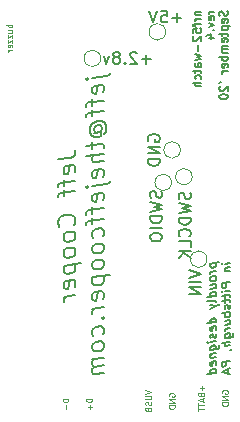
<source format=gbr>
%TF.GenerationSoftware,KiCad,Pcbnew,(5.99.0-2309-gaf729d578)*%
%TF.CreationDate,2020-09-26T21:13:40-04:00*%
%TF.ProjectId,mk2,6d6b322e-6b69-4636-9164-5f7063625858,rev?*%
%TF.SameCoordinates,Original*%
%TF.FileFunction,Legend,Bot*%
%TF.FilePolarity,Positive*%
%FSLAX46Y46*%
G04 Gerber Fmt 4.6, Leading zero omitted, Abs format (unit mm)*
G04 Created by KiCad (PCBNEW (5.99.0-2309-gaf729d578)) date 2020-09-26 21:13:40*
%MOMM*%
%LPD*%
G01*
G04 APERTURE LIST*
%ADD10C,0.125000*%
%ADD11C,0.150000*%
%ADD12C,0.187500*%
%ADD13C,0.175000*%
%ADD14C,0.200000*%
%ADD15C,0.120000*%
G04 APERTURE END LIST*
D10*
X22726190Y-45809523D02*
X22226190Y-45809523D01*
X22226190Y-45928571D01*
X22250000Y-46000000D01*
X22297619Y-46047619D01*
X22345238Y-46071428D01*
X22440476Y-46095238D01*
X22511904Y-46095238D01*
X22607142Y-46071428D01*
X22654761Y-46047619D01*
X22702380Y-46000000D01*
X22726190Y-45928571D01*
X22726190Y-45809523D01*
X22535714Y-46309523D02*
X22535714Y-46690476D01*
X22726190Y-46500000D02*
X22345238Y-46500000D01*
X20726190Y-45809523D02*
X20226190Y-45809523D01*
X20226190Y-45928571D01*
X20250000Y-46000000D01*
X20297619Y-46047619D01*
X20345238Y-46071428D01*
X20440476Y-46095238D01*
X20511904Y-46095238D01*
X20607142Y-46071428D01*
X20654761Y-46047619D01*
X20702380Y-46000000D01*
X20726190Y-45928571D01*
X20726190Y-45809523D01*
X20535714Y-46309523D02*
X20535714Y-46690476D01*
D11*
X30952380Y-34904761D02*
X31952380Y-35238095D01*
X30952380Y-35571428D01*
X31952380Y-35904761D02*
X30952380Y-35904761D01*
X31952380Y-36380952D02*
X30952380Y-36380952D01*
X31952380Y-36952380D01*
X30952380Y-36952380D01*
X30285714Y-13571428D02*
X29523809Y-13571428D01*
X29904761Y-13952380D02*
X29904761Y-13190476D01*
X28571428Y-12952380D02*
X29047619Y-12952380D01*
X29095238Y-13428571D01*
X29047619Y-13380952D01*
X28952380Y-13333333D01*
X28714285Y-13333333D01*
X28619047Y-13380952D01*
X28571428Y-13428571D01*
X28523809Y-13523809D01*
X28523809Y-13761904D01*
X28571428Y-13857142D01*
X28619047Y-13904761D01*
X28714285Y-13952380D01*
X28952380Y-13952380D01*
X29047619Y-13904761D01*
X29095238Y-13857142D01*
X28238095Y-12952380D02*
X27904761Y-13952380D01*
X27571428Y-12952380D01*
D10*
X29250000Y-45619047D02*
X29226190Y-45571428D01*
X29226190Y-45500000D01*
X29250000Y-45428571D01*
X29297619Y-45380952D01*
X29345238Y-45357142D01*
X29440476Y-45333333D01*
X29511904Y-45333333D01*
X29607142Y-45357142D01*
X29654761Y-45380952D01*
X29702380Y-45428571D01*
X29726190Y-45500000D01*
X29726190Y-45547619D01*
X29702380Y-45619047D01*
X29678571Y-45642857D01*
X29511904Y-45642857D01*
X29511904Y-45547619D01*
X29726190Y-45857142D02*
X29226190Y-45857142D01*
X29726190Y-46142857D01*
X29226190Y-46142857D01*
X29726190Y-46380952D02*
X29226190Y-46380952D01*
X29226190Y-46500000D01*
X29250000Y-46571428D01*
X29297619Y-46619047D01*
X29345238Y-46642857D01*
X29440476Y-46666666D01*
X29511904Y-46666666D01*
X29607142Y-46642857D01*
X29654761Y-46619047D01*
X29702380Y-46571428D01*
X29726190Y-46500000D01*
X29726190Y-46380952D01*
X27226190Y-45083333D02*
X27726190Y-45250000D01*
X27226190Y-45416666D01*
X27226190Y-45583333D02*
X27630952Y-45583333D01*
X27678571Y-45607142D01*
X27702380Y-45630952D01*
X27726190Y-45678571D01*
X27726190Y-45773809D01*
X27702380Y-45821428D01*
X27678571Y-45845238D01*
X27630952Y-45869047D01*
X27226190Y-45869047D01*
X27702380Y-46083333D02*
X27726190Y-46154761D01*
X27726190Y-46273809D01*
X27702380Y-46321428D01*
X27678571Y-46345238D01*
X27630952Y-46369047D01*
X27583333Y-46369047D01*
X27535714Y-46345238D01*
X27511904Y-46321428D01*
X27488095Y-46273809D01*
X27464285Y-46178571D01*
X27440476Y-46130952D01*
X27416666Y-46107142D01*
X27369047Y-46083333D01*
X27321428Y-46083333D01*
X27273809Y-46107142D01*
X27250000Y-46130952D01*
X27226190Y-46178571D01*
X27226190Y-46297619D01*
X27250000Y-46369047D01*
X27464285Y-46750000D02*
X27488095Y-46821428D01*
X27511904Y-46845238D01*
X27559523Y-46869047D01*
X27630952Y-46869047D01*
X27678571Y-46845238D01*
X27702380Y-46821428D01*
X27726190Y-46773809D01*
X27726190Y-46583333D01*
X27226190Y-46583333D01*
X27226190Y-46750000D01*
X27250000Y-46797619D01*
X27273809Y-46821428D01*
X27321428Y-46845238D01*
X27369047Y-46845238D01*
X27416666Y-46821428D01*
X27440476Y-46797619D01*
X27464285Y-46750000D01*
X27464285Y-46583333D01*
X33750000Y-45369047D02*
X33726190Y-45321428D01*
X33726190Y-45250000D01*
X33750000Y-45178571D01*
X33797619Y-45130952D01*
X33845238Y-45107142D01*
X33940476Y-45083333D01*
X34011904Y-45083333D01*
X34107142Y-45107142D01*
X34154761Y-45130952D01*
X34202380Y-45178571D01*
X34226190Y-45250000D01*
X34226190Y-45297619D01*
X34202380Y-45369047D01*
X34178571Y-45392857D01*
X34011904Y-45392857D01*
X34011904Y-45297619D01*
X34226190Y-45607142D02*
X33726190Y-45607142D01*
X34226190Y-45892857D01*
X33726190Y-45892857D01*
X34226190Y-46130952D02*
X33726190Y-46130952D01*
X33726190Y-46250000D01*
X33750000Y-46321428D01*
X33797619Y-46369047D01*
X33845238Y-46392857D01*
X33940476Y-46416666D01*
X34011904Y-46416666D01*
X34107142Y-46392857D01*
X34154761Y-46369047D01*
X34202380Y-46321428D01*
X34226190Y-46250000D01*
X34226190Y-46130952D01*
X32035714Y-44714285D02*
X32035714Y-45095238D01*
X32226190Y-44904761D02*
X31845238Y-44904761D01*
X31964285Y-45500000D02*
X31988095Y-45571428D01*
X32011904Y-45595238D01*
X32059523Y-45619047D01*
X32130952Y-45619047D01*
X32178571Y-45595238D01*
X32202380Y-45571428D01*
X32226190Y-45523809D01*
X32226190Y-45333333D01*
X31726190Y-45333333D01*
X31726190Y-45500000D01*
X31750000Y-45547619D01*
X31773809Y-45571428D01*
X31821428Y-45595238D01*
X31869047Y-45595238D01*
X31916666Y-45571428D01*
X31940476Y-45547619D01*
X31964285Y-45500000D01*
X31964285Y-45333333D01*
X32083333Y-45809523D02*
X32083333Y-46047619D01*
X32226190Y-45761904D02*
X31726190Y-45928571D01*
X32226190Y-46095238D01*
X31726190Y-46190476D02*
X31726190Y-46476190D01*
X32226190Y-46333333D02*
X31726190Y-46333333D01*
X31726190Y-46571428D02*
X31726190Y-46857142D01*
X32226190Y-46714285D02*
X31726190Y-46714285D01*
X15976190Y-14142857D02*
X15476190Y-14142857D01*
X15666666Y-14142857D02*
X15642857Y-14190476D01*
X15642857Y-14285714D01*
X15666666Y-14333333D01*
X15690476Y-14357142D01*
X15738095Y-14380952D01*
X15880952Y-14380952D01*
X15928571Y-14357142D01*
X15952380Y-14333333D01*
X15976190Y-14285714D01*
X15976190Y-14190476D01*
X15952380Y-14142857D01*
X15642857Y-14809523D02*
X15976190Y-14809523D01*
X15642857Y-14595238D02*
X15904761Y-14595238D01*
X15952380Y-14619047D01*
X15976190Y-14666666D01*
X15976190Y-14738095D01*
X15952380Y-14785714D01*
X15928571Y-14809523D01*
X15642857Y-15000000D02*
X15642857Y-15261904D01*
X15976190Y-15000000D01*
X15976190Y-15261904D01*
X15642857Y-15404761D02*
X15642857Y-15666666D01*
X15976190Y-15404761D01*
X15976190Y-15666666D01*
X15952380Y-16047619D02*
X15976190Y-16000000D01*
X15976190Y-15904761D01*
X15952380Y-15857142D01*
X15904761Y-15833333D01*
X15714285Y-15833333D01*
X15666666Y-15857142D01*
X15642857Y-15904761D01*
X15642857Y-16000000D01*
X15666666Y-16047619D01*
X15714285Y-16071428D01*
X15761904Y-16071428D01*
X15809523Y-15833333D01*
X15976190Y-16285714D02*
X15642857Y-16285714D01*
X15738095Y-16285714D02*
X15690476Y-16309523D01*
X15666666Y-16333333D01*
X15642857Y-16380952D01*
X15642857Y-16428571D01*
D12*
X32735535Y-34367410D02*
X33485535Y-34273660D01*
X32771250Y-34362946D02*
X32735535Y-34438839D01*
X32735535Y-34581696D01*
X32771250Y-34648660D01*
X32806964Y-34679910D01*
X32878392Y-34706696D01*
X33092678Y-34679910D01*
X33164107Y-34635267D01*
X33199821Y-34595089D01*
X33235535Y-34519196D01*
X33235535Y-34376339D01*
X33199821Y-34309375D01*
X33235535Y-34983482D02*
X32735535Y-35045982D01*
X32878392Y-35028125D02*
X32806964Y-35072767D01*
X32771250Y-35112946D01*
X32735535Y-35188839D01*
X32735535Y-35260267D01*
X33235535Y-35554910D02*
X33199821Y-35487946D01*
X33164107Y-35456696D01*
X33092678Y-35429910D01*
X32878392Y-35456696D01*
X32806964Y-35501339D01*
X32771250Y-35541517D01*
X32735535Y-35617410D01*
X32735535Y-35724553D01*
X32771250Y-35791517D01*
X32806964Y-35822767D01*
X32878392Y-35849553D01*
X33092678Y-35822767D01*
X33164107Y-35778125D01*
X33199821Y-35737946D01*
X33235535Y-35662053D01*
X33235535Y-35554910D01*
X32735535Y-36510267D02*
X33235535Y-36447767D01*
X32735535Y-36188839D02*
X33128392Y-36139732D01*
X33199821Y-36166517D01*
X33235535Y-36233482D01*
X33235535Y-36340625D01*
X33199821Y-36416517D01*
X33164107Y-36456696D01*
X33235535Y-37126339D02*
X32485535Y-37220089D01*
X33199821Y-37130803D02*
X33235535Y-37054910D01*
X33235535Y-36912053D01*
X33199821Y-36845089D01*
X33164107Y-36813839D01*
X33092678Y-36787053D01*
X32878392Y-36813839D01*
X32806964Y-36858482D01*
X32771250Y-36898660D01*
X32735535Y-36974553D01*
X32735535Y-37117410D01*
X32771250Y-37184375D01*
X33235535Y-37590625D02*
X33199821Y-37523660D01*
X33128392Y-37496875D01*
X32485535Y-37577232D01*
X32735535Y-37867410D02*
X33235535Y-37983482D01*
X32735535Y-38224553D02*
X33235535Y-37983482D01*
X33414107Y-37889732D01*
X33449821Y-37849553D01*
X33485535Y-37773660D01*
X33235535Y-39340625D02*
X32485535Y-39434375D01*
X33199821Y-39345089D02*
X33235535Y-39269196D01*
X33235535Y-39126339D01*
X33199821Y-39059375D01*
X33164107Y-39028125D01*
X33092678Y-39001339D01*
X32878392Y-39028125D01*
X32806964Y-39072767D01*
X32771250Y-39112946D01*
X32735535Y-39188839D01*
X32735535Y-39331696D01*
X32771250Y-39398660D01*
X33199821Y-39987946D02*
X33235535Y-39912053D01*
X33235535Y-39769196D01*
X33199821Y-39702232D01*
X33128392Y-39675446D01*
X32842678Y-39711160D01*
X32771250Y-39755803D01*
X32735535Y-39831696D01*
X32735535Y-39974553D01*
X32771250Y-40041517D01*
X32842678Y-40068303D01*
X32914107Y-40059375D01*
X32985535Y-39693303D01*
X33199821Y-40309375D02*
X33235535Y-40376339D01*
X33235535Y-40519196D01*
X33199821Y-40595089D01*
X33128392Y-40639732D01*
X33092678Y-40644196D01*
X33021250Y-40617410D01*
X32985535Y-40550446D01*
X32985535Y-40443303D01*
X32949821Y-40376339D01*
X32878392Y-40349553D01*
X32842678Y-40354017D01*
X32771250Y-40398660D01*
X32735535Y-40474553D01*
X32735535Y-40581696D01*
X32771250Y-40648660D01*
X33235535Y-40947767D02*
X32735535Y-41010267D01*
X32485535Y-41041517D02*
X32521250Y-41001339D01*
X32556964Y-41032589D01*
X32521250Y-41072767D01*
X32485535Y-41041517D01*
X32556964Y-41032589D01*
X32735535Y-41688839D02*
X33342678Y-41612946D01*
X33414107Y-41568303D01*
X33449821Y-41528125D01*
X33485535Y-41452232D01*
X33485535Y-41345089D01*
X33449821Y-41278125D01*
X33199821Y-41630803D02*
X33235535Y-41554910D01*
X33235535Y-41412053D01*
X33199821Y-41345089D01*
X33164107Y-41313839D01*
X33092678Y-41287053D01*
X32878392Y-41313839D01*
X32806964Y-41358482D01*
X32771250Y-41398660D01*
X32735535Y-41474553D01*
X32735535Y-41617410D01*
X32771250Y-41684375D01*
X32735535Y-42045982D02*
X33235535Y-41983482D01*
X32806964Y-42037053D02*
X32771250Y-42077232D01*
X32735535Y-42153125D01*
X32735535Y-42260267D01*
X32771250Y-42327232D01*
X32842678Y-42354017D01*
X33235535Y-42304910D01*
X33199821Y-42952232D02*
X33235535Y-42876339D01*
X33235535Y-42733482D01*
X33199821Y-42666517D01*
X33128392Y-42639732D01*
X32842678Y-42675446D01*
X32771250Y-42720089D01*
X32735535Y-42795982D01*
X32735535Y-42938839D01*
X32771250Y-43005803D01*
X32842678Y-43032589D01*
X32914107Y-43023660D01*
X32985535Y-42657589D01*
X33235535Y-43626339D02*
X32485535Y-43720089D01*
X33199821Y-43630803D02*
X33235535Y-43554910D01*
X33235535Y-43412053D01*
X33199821Y-43345089D01*
X33164107Y-43313839D01*
X33092678Y-43287053D01*
X32878392Y-43313839D01*
X32806964Y-43358482D01*
X32771250Y-43398660D01*
X32735535Y-43474553D01*
X32735535Y-43617410D01*
X32771250Y-43684375D01*
X34443035Y-34304910D02*
X33943035Y-34367410D01*
X33693035Y-34398660D02*
X33728750Y-34358482D01*
X33764464Y-34389732D01*
X33728750Y-34429910D01*
X33693035Y-34398660D01*
X33764464Y-34389732D01*
X33943035Y-34724553D02*
X34443035Y-34662053D01*
X34014464Y-34715625D02*
X33978750Y-34755803D01*
X33943035Y-34831696D01*
X33943035Y-34938839D01*
X33978750Y-35005803D01*
X34050178Y-35032589D01*
X34443035Y-34983482D01*
X34443035Y-35912053D02*
X33693035Y-36005803D01*
X33693035Y-36291517D01*
X33728750Y-36358482D01*
X33764464Y-36389732D01*
X33835892Y-36416517D01*
X33943035Y-36403125D01*
X34014464Y-36358482D01*
X34050178Y-36318303D01*
X34085892Y-36242410D01*
X34085892Y-35956696D01*
X34443035Y-36662053D02*
X33943035Y-36724553D01*
X33693035Y-36755803D02*
X33728750Y-36715625D01*
X33764464Y-36746875D01*
X33728750Y-36787053D01*
X33693035Y-36755803D01*
X33764464Y-36746875D01*
X33943035Y-36974553D02*
X33943035Y-37260267D01*
X33693035Y-37112946D02*
X34335892Y-37032589D01*
X34407321Y-37059375D01*
X34443035Y-37126339D01*
X34443035Y-37197767D01*
X33943035Y-37403125D02*
X33943035Y-37688839D01*
X33693035Y-37541517D02*
X34335892Y-37461160D01*
X34407321Y-37487946D01*
X34443035Y-37554910D01*
X34443035Y-37626339D01*
X34407321Y-37845089D02*
X34443035Y-37912053D01*
X34443035Y-38054910D01*
X34407321Y-38130803D01*
X34335892Y-38175446D01*
X34300178Y-38179910D01*
X34228750Y-38153125D01*
X34193035Y-38086160D01*
X34193035Y-37979017D01*
X34157321Y-37912053D01*
X34085892Y-37885267D01*
X34050178Y-37889732D01*
X33978750Y-37934375D01*
X33943035Y-38010267D01*
X33943035Y-38117410D01*
X33978750Y-38184375D01*
X34443035Y-38483482D02*
X33693035Y-38577232D01*
X33978750Y-38541517D02*
X33943035Y-38617410D01*
X33943035Y-38760267D01*
X33978750Y-38827232D01*
X34014464Y-38858482D01*
X34085892Y-38885267D01*
X34300178Y-38858482D01*
X34371607Y-38813839D01*
X34407321Y-38773660D01*
X34443035Y-38697767D01*
X34443035Y-38554910D01*
X34407321Y-38487946D01*
X33943035Y-39545982D02*
X34443035Y-39483482D01*
X33943035Y-39224553D02*
X34335892Y-39175446D01*
X34407321Y-39202232D01*
X34443035Y-39269196D01*
X34443035Y-39376339D01*
X34407321Y-39452232D01*
X34371607Y-39492410D01*
X34443035Y-39840625D02*
X33943035Y-39903125D01*
X34085892Y-39885267D02*
X34014464Y-39929910D01*
X33978750Y-39970089D01*
X33943035Y-40045982D01*
X33943035Y-40117410D01*
X33943035Y-40688839D02*
X34550178Y-40612946D01*
X34621607Y-40568303D01*
X34657321Y-40528125D01*
X34693035Y-40452232D01*
X34693035Y-40345089D01*
X34657321Y-40278125D01*
X34407321Y-40630803D02*
X34443035Y-40554910D01*
X34443035Y-40412053D01*
X34407321Y-40345089D01*
X34371607Y-40313839D01*
X34300178Y-40287053D01*
X34085892Y-40313839D01*
X34014464Y-40358482D01*
X33978750Y-40398660D01*
X33943035Y-40474553D01*
X33943035Y-40617410D01*
X33978750Y-40684375D01*
X34443035Y-40983482D02*
X33693035Y-41077232D01*
X34443035Y-41304910D02*
X34050178Y-41354017D01*
X33978750Y-41327232D01*
X33943035Y-41260267D01*
X33943035Y-41153125D01*
X33978750Y-41077232D01*
X34014464Y-41037053D01*
X34407321Y-41702232D02*
X34443035Y-41697767D01*
X34514464Y-41653125D01*
X34550178Y-41612946D01*
X34443035Y-42590625D02*
X33693035Y-42684375D01*
X33693035Y-42970089D01*
X33728750Y-43037053D01*
X33764464Y-43068303D01*
X33835892Y-43095089D01*
X33943035Y-43081696D01*
X34014464Y-43037053D01*
X34050178Y-42996875D01*
X34085892Y-42920982D01*
X34085892Y-42635267D01*
X34228750Y-43331696D02*
X34228750Y-43688839D01*
X34443035Y-43233482D02*
X33693035Y-43577232D01*
X34443035Y-43733482D01*
D11*
X28598761Y-28233952D02*
X28646380Y-28376809D01*
X28646380Y-28614904D01*
X28598761Y-28710142D01*
X28551142Y-28757761D01*
X28455904Y-28805380D01*
X28360666Y-28805380D01*
X28265428Y-28757761D01*
X28217809Y-28710142D01*
X28170190Y-28614904D01*
X28122571Y-28424428D01*
X28074952Y-28329190D01*
X28027333Y-28281571D01*
X27932095Y-28233952D01*
X27836857Y-28233952D01*
X27741619Y-28281571D01*
X27694000Y-28329190D01*
X27646380Y-28424428D01*
X27646380Y-28662523D01*
X27694000Y-28805380D01*
X27646380Y-29138714D02*
X28646380Y-29376809D01*
X27932095Y-29567285D01*
X28646380Y-29757761D01*
X27646380Y-29995857D01*
X28646380Y-30376809D02*
X27646380Y-30376809D01*
X27646380Y-30614904D01*
X27694000Y-30757761D01*
X27789238Y-30853000D01*
X27884476Y-30900619D01*
X28074952Y-30948238D01*
X28217809Y-30948238D01*
X28408285Y-30900619D01*
X28503523Y-30853000D01*
X28598761Y-30757761D01*
X28646380Y-30614904D01*
X28646380Y-30376809D01*
X28646380Y-31376809D02*
X27646380Y-31376809D01*
X27646380Y-32043476D02*
X27646380Y-32233952D01*
X27694000Y-32329190D01*
X27789238Y-32424428D01*
X27979714Y-32472047D01*
X28313047Y-32472047D01*
X28503523Y-32424428D01*
X28598761Y-32329190D01*
X28646380Y-32233952D01*
X28646380Y-32043476D01*
X28598761Y-31948238D01*
X28503523Y-31853000D01*
X28313047Y-31805380D01*
X27979714Y-31805380D01*
X27789238Y-31853000D01*
X27694000Y-31948238D01*
X27646380Y-32043476D01*
X31011761Y-28353095D02*
X31059380Y-28495952D01*
X31059380Y-28734047D01*
X31011761Y-28829285D01*
X30964142Y-28876904D01*
X30868904Y-28924523D01*
X30773666Y-28924523D01*
X30678428Y-28876904D01*
X30630809Y-28829285D01*
X30583190Y-28734047D01*
X30535571Y-28543571D01*
X30487952Y-28448333D01*
X30440333Y-28400714D01*
X30345095Y-28353095D01*
X30249857Y-28353095D01*
X30154619Y-28400714D01*
X30107000Y-28448333D01*
X30059380Y-28543571D01*
X30059380Y-28781666D01*
X30107000Y-28924523D01*
X30059380Y-29257857D02*
X31059380Y-29495952D01*
X30345095Y-29686428D01*
X31059380Y-29876904D01*
X30059380Y-30115000D01*
X31059380Y-30495952D02*
X30059380Y-30495952D01*
X30059380Y-30734047D01*
X30107000Y-30876904D01*
X30202238Y-30972142D01*
X30297476Y-31019761D01*
X30487952Y-31067380D01*
X30630809Y-31067380D01*
X30821285Y-31019761D01*
X30916523Y-30972142D01*
X31011761Y-30876904D01*
X31059380Y-30734047D01*
X31059380Y-30495952D01*
X30964142Y-32067380D02*
X31011761Y-32019761D01*
X31059380Y-31876904D01*
X31059380Y-31781666D01*
X31011761Y-31638809D01*
X30916523Y-31543571D01*
X30821285Y-31495952D01*
X30630809Y-31448333D01*
X30487952Y-31448333D01*
X30297476Y-31495952D01*
X30202238Y-31543571D01*
X30107000Y-31638809D01*
X30059380Y-31781666D01*
X30059380Y-31876904D01*
X30107000Y-32019761D01*
X30154619Y-32067380D01*
X31059380Y-32972142D02*
X31059380Y-32495952D01*
X30059380Y-32495952D01*
X31059380Y-33305476D02*
X30059380Y-33305476D01*
X31059380Y-33876904D02*
X30487952Y-33448333D01*
X30059380Y-33876904D02*
X30630809Y-33305476D01*
X27500000Y-23988095D02*
X27452380Y-23892857D01*
X27452380Y-23750000D01*
X27500000Y-23607142D01*
X27595238Y-23511904D01*
X27690476Y-23464285D01*
X27880952Y-23416666D01*
X28023809Y-23416666D01*
X28214285Y-23464285D01*
X28309523Y-23511904D01*
X28404761Y-23607142D01*
X28452380Y-23750000D01*
X28452380Y-23845238D01*
X28404761Y-23988095D01*
X28357142Y-24035714D01*
X28023809Y-24035714D01*
X28023809Y-23845238D01*
X28452380Y-24464285D02*
X27452380Y-24464285D01*
X28452380Y-25035714D01*
X27452380Y-25035714D01*
X28452380Y-25511904D02*
X27452380Y-25511904D01*
X27452380Y-25750000D01*
X27500000Y-25892857D01*
X27595238Y-25988095D01*
X27690476Y-26035714D01*
X27880952Y-26083333D01*
X28023809Y-26083333D01*
X28214285Y-26035714D01*
X28309523Y-25988095D01*
X28404761Y-25892857D01*
X28452380Y-25750000D01*
X28452380Y-25511904D01*
X27702380Y-17071428D02*
X26940476Y-17071428D01*
X27321428Y-17452380D02*
X27321428Y-16690476D01*
X26511904Y-16547619D02*
X26464285Y-16500000D01*
X26369047Y-16452380D01*
X26130952Y-16452380D01*
X26035714Y-16500000D01*
X25988095Y-16547619D01*
X25940476Y-16642857D01*
X25940476Y-16738095D01*
X25988095Y-16880952D01*
X26559523Y-17452380D01*
X25940476Y-17452380D01*
X25511904Y-17357142D02*
X25464285Y-17404761D01*
X25511904Y-17452380D01*
X25559523Y-17404761D01*
X25511904Y-17357142D01*
X25511904Y-17452380D01*
X24892857Y-16880952D02*
X24988095Y-16833333D01*
X25035714Y-16785714D01*
X25083333Y-16690476D01*
X25083333Y-16642857D01*
X25035714Y-16547619D01*
X24988095Y-16500000D01*
X24892857Y-16452380D01*
X24702380Y-16452380D01*
X24607142Y-16500000D01*
X24559523Y-16547619D01*
X24511904Y-16642857D01*
X24511904Y-16690476D01*
X24559523Y-16785714D01*
X24607142Y-16833333D01*
X24702380Y-16880952D01*
X24892857Y-16880952D01*
X24988095Y-16928571D01*
X25035714Y-16976190D01*
X25083333Y-17071428D01*
X25083333Y-17261904D01*
X25035714Y-17357142D01*
X24988095Y-17404761D01*
X24892857Y-17452380D01*
X24702380Y-17452380D01*
X24607142Y-17404761D01*
X24559523Y-17357142D01*
X24511904Y-17261904D01*
X24511904Y-17071428D01*
X24559523Y-16976190D01*
X24607142Y-16928571D01*
X24702380Y-16880952D01*
X24178571Y-16785714D02*
X23940476Y-17452380D01*
X23702380Y-16785714D01*
D13*
X31473000Y-13030416D02*
X31939666Y-13030416D01*
X31539666Y-13030416D02*
X31506333Y-13063750D01*
X31473000Y-13130416D01*
X31473000Y-13230416D01*
X31506333Y-13297083D01*
X31573000Y-13330416D01*
X31939666Y-13330416D01*
X31939666Y-13663750D02*
X31473000Y-13663750D01*
X31606333Y-13663750D02*
X31539666Y-13697083D01*
X31506333Y-13730416D01*
X31473000Y-13797083D01*
X31473000Y-13863750D01*
X31473000Y-13997083D02*
X31473000Y-14263750D01*
X31939666Y-14097083D02*
X31339666Y-14097083D01*
X31273000Y-14130416D01*
X31239666Y-14197083D01*
X31239666Y-14263750D01*
X31239666Y-14830416D02*
X31239666Y-14497083D01*
X31573000Y-14463750D01*
X31539666Y-14497083D01*
X31506333Y-14563750D01*
X31506333Y-14730416D01*
X31539666Y-14797083D01*
X31573000Y-14830416D01*
X31639666Y-14863750D01*
X31806333Y-14863750D01*
X31873000Y-14830416D01*
X31906333Y-14797083D01*
X31939666Y-14730416D01*
X31939666Y-14563750D01*
X31906333Y-14497083D01*
X31873000Y-14463750D01*
X31306333Y-15130416D02*
X31273000Y-15163750D01*
X31239666Y-15230416D01*
X31239666Y-15397083D01*
X31273000Y-15463750D01*
X31306333Y-15497083D01*
X31373000Y-15530416D01*
X31439666Y-15530416D01*
X31539666Y-15497083D01*
X31939666Y-15097083D01*
X31939666Y-15530416D01*
X31673000Y-15830416D02*
X31673000Y-16363750D01*
X31473000Y-16630416D02*
X31939666Y-16763750D01*
X31606333Y-16897083D01*
X31939666Y-17030416D01*
X31473000Y-17163750D01*
X31939666Y-17730416D02*
X31573000Y-17730416D01*
X31506333Y-17697083D01*
X31473000Y-17630416D01*
X31473000Y-17497083D01*
X31506333Y-17430416D01*
X31906333Y-17730416D02*
X31939666Y-17663750D01*
X31939666Y-17497083D01*
X31906333Y-17430416D01*
X31839666Y-17397083D01*
X31773000Y-17397083D01*
X31706333Y-17430416D01*
X31673000Y-17497083D01*
X31673000Y-17663750D01*
X31639666Y-17730416D01*
X31473000Y-17963750D02*
X31473000Y-18230416D01*
X31239666Y-18063750D02*
X31839666Y-18063750D01*
X31906333Y-18097083D01*
X31939666Y-18163750D01*
X31939666Y-18230416D01*
X31906333Y-18763750D02*
X31939666Y-18697083D01*
X31939666Y-18563750D01*
X31906333Y-18497083D01*
X31873000Y-18463750D01*
X31806333Y-18430416D01*
X31606333Y-18430416D01*
X31539666Y-18463750D01*
X31506333Y-18497083D01*
X31473000Y-18563750D01*
X31473000Y-18697083D01*
X31506333Y-18763750D01*
X31939666Y-19063750D02*
X31239666Y-19063750D01*
X31939666Y-19363750D02*
X31573000Y-19363750D01*
X31506333Y-19330416D01*
X31473000Y-19263750D01*
X31473000Y-19163750D01*
X31506333Y-19097083D01*
X31539666Y-19063750D01*
X33066666Y-13030416D02*
X32600000Y-13030416D01*
X32733333Y-13030416D02*
X32666666Y-13063750D01*
X32633333Y-13097083D01*
X32600000Y-13163750D01*
X32600000Y-13230416D01*
X33033333Y-13730416D02*
X33066666Y-13663750D01*
X33066666Y-13530416D01*
X33033333Y-13463750D01*
X32966666Y-13430416D01*
X32700000Y-13430416D01*
X32633333Y-13463750D01*
X32600000Y-13530416D01*
X32600000Y-13663750D01*
X32633333Y-13730416D01*
X32700000Y-13763750D01*
X32766666Y-13763750D01*
X32833333Y-13430416D01*
X32600000Y-13997083D02*
X33066666Y-14163750D01*
X32600000Y-14330416D01*
X33000000Y-14597083D02*
X33033333Y-14630416D01*
X33066666Y-14597083D01*
X33033333Y-14563750D01*
X33000000Y-14597083D01*
X33066666Y-14597083D01*
X32600000Y-15230416D02*
X33066666Y-15230416D01*
X32333333Y-15063750D02*
X32833333Y-14897083D01*
X32833333Y-15330416D01*
X34160333Y-12997083D02*
X34193666Y-13097083D01*
X34193666Y-13263750D01*
X34160333Y-13330416D01*
X34127000Y-13363750D01*
X34060333Y-13397083D01*
X33993666Y-13397083D01*
X33927000Y-13363750D01*
X33893666Y-13330416D01*
X33860333Y-13263750D01*
X33827000Y-13130416D01*
X33793666Y-13063750D01*
X33760333Y-13030416D01*
X33693666Y-12997083D01*
X33627000Y-12997083D01*
X33560333Y-13030416D01*
X33527000Y-13063750D01*
X33493666Y-13130416D01*
X33493666Y-13297083D01*
X33527000Y-13397083D01*
X34160333Y-13963750D02*
X34193666Y-13897083D01*
X34193666Y-13763750D01*
X34160333Y-13697083D01*
X34093666Y-13663750D01*
X33827000Y-13663750D01*
X33760333Y-13697083D01*
X33727000Y-13763750D01*
X33727000Y-13897083D01*
X33760333Y-13963750D01*
X33827000Y-13997083D01*
X33893666Y-13997083D01*
X33960333Y-13663750D01*
X33727000Y-14297083D02*
X34427000Y-14297083D01*
X33760333Y-14297083D02*
X33727000Y-14363750D01*
X33727000Y-14497083D01*
X33760333Y-14563750D01*
X33793666Y-14597083D01*
X33860333Y-14630416D01*
X34060333Y-14630416D01*
X34127000Y-14597083D01*
X34160333Y-14563750D01*
X34193666Y-14497083D01*
X34193666Y-14363750D01*
X34160333Y-14297083D01*
X33727000Y-14830416D02*
X33727000Y-15097083D01*
X33493666Y-14930416D02*
X34093666Y-14930416D01*
X34160333Y-14963750D01*
X34193666Y-15030416D01*
X34193666Y-15097083D01*
X34160333Y-15597083D02*
X34193666Y-15530416D01*
X34193666Y-15397083D01*
X34160333Y-15330416D01*
X34093666Y-15297083D01*
X33827000Y-15297083D01*
X33760333Y-15330416D01*
X33727000Y-15397083D01*
X33727000Y-15530416D01*
X33760333Y-15597083D01*
X33827000Y-15630416D01*
X33893666Y-15630416D01*
X33960333Y-15297083D01*
X34193666Y-15930416D02*
X33727000Y-15930416D01*
X33793666Y-15930416D02*
X33760333Y-15963750D01*
X33727000Y-16030416D01*
X33727000Y-16130416D01*
X33760333Y-16197083D01*
X33827000Y-16230416D01*
X34193666Y-16230416D01*
X33827000Y-16230416D02*
X33760333Y-16263750D01*
X33727000Y-16330416D01*
X33727000Y-16430416D01*
X33760333Y-16497083D01*
X33827000Y-16530416D01*
X34193666Y-16530416D01*
X34193666Y-16863750D02*
X33493666Y-16863750D01*
X33760333Y-16863750D02*
X33727000Y-16930416D01*
X33727000Y-17063750D01*
X33760333Y-17130416D01*
X33793666Y-17163750D01*
X33860333Y-17197083D01*
X34060333Y-17197083D01*
X34127000Y-17163750D01*
X34160333Y-17130416D01*
X34193666Y-17063750D01*
X34193666Y-16930416D01*
X34160333Y-16863750D01*
X34160333Y-17763750D02*
X34193666Y-17697083D01*
X34193666Y-17563750D01*
X34160333Y-17497083D01*
X34093666Y-17463750D01*
X33827000Y-17463750D01*
X33760333Y-17497083D01*
X33727000Y-17563750D01*
X33727000Y-17697083D01*
X33760333Y-17763750D01*
X33827000Y-17797083D01*
X33893666Y-17797083D01*
X33960333Y-17463750D01*
X34193666Y-18097083D02*
X33727000Y-18097083D01*
X33860333Y-18097083D02*
X33793666Y-18130416D01*
X33760333Y-18163750D01*
X33727000Y-18230416D01*
X33727000Y-18297083D01*
X33493666Y-19097083D02*
X33627000Y-19030416D01*
X33560333Y-19363750D02*
X33527000Y-19397083D01*
X33493666Y-19463750D01*
X33493666Y-19630416D01*
X33527000Y-19697083D01*
X33560333Y-19730416D01*
X33627000Y-19763750D01*
X33693666Y-19763750D01*
X33793666Y-19730416D01*
X34193666Y-19330416D01*
X34193666Y-19763750D01*
X33493666Y-20197083D02*
X33493666Y-20263750D01*
X33527000Y-20330416D01*
X33560333Y-20363750D01*
X33627000Y-20397083D01*
X33760333Y-20430416D01*
X33927000Y-20430416D01*
X34060333Y-20397083D01*
X34127000Y-20363750D01*
X34160333Y-20330416D01*
X34193666Y-20263750D01*
X34193666Y-20197083D01*
X34160333Y-20130416D01*
X34127000Y-20097083D01*
X34060333Y-20063750D01*
X33927000Y-20030416D01*
X33760333Y-20030416D01*
X33627000Y-20063750D01*
X33560333Y-20097083D01*
X33527000Y-20130416D01*
X33493666Y-20197083D01*
D14*
X19815071Y-25537491D02*
X20886500Y-25403562D01*
X21100785Y-25305348D01*
X21243642Y-25144633D01*
X21315071Y-24921419D01*
X21315071Y-24778562D01*
X21243642Y-26644633D02*
X21315071Y-26492848D01*
X21315071Y-26207133D01*
X21243642Y-26073205D01*
X21100785Y-26019633D01*
X20529357Y-26091062D01*
X20386500Y-26180348D01*
X20315071Y-26332133D01*
X20315071Y-26617848D01*
X20386500Y-26751776D01*
X20529357Y-26805348D01*
X20672214Y-26787491D01*
X20815071Y-26055348D01*
X20315071Y-27260705D02*
X20315071Y-27832133D01*
X21315071Y-27349991D02*
X20029357Y-27510705D01*
X19886500Y-27599991D01*
X19815071Y-27751776D01*
X19815071Y-27894633D01*
X20315071Y-28117848D02*
X20315071Y-28689276D01*
X21315071Y-28207133D02*
X20029357Y-28367848D01*
X19886500Y-28457133D01*
X19815071Y-28608919D01*
X19815071Y-28751776D01*
X21172214Y-31082133D02*
X21243642Y-31001776D01*
X21315071Y-30778562D01*
X21315071Y-30635705D01*
X21243642Y-30430348D01*
X21100785Y-30305348D01*
X20957928Y-30251776D01*
X20672214Y-30216062D01*
X20457928Y-30242848D01*
X20172214Y-30349991D01*
X20029357Y-30439276D01*
X19886500Y-30599991D01*
X19815071Y-30823205D01*
X19815071Y-30966062D01*
X19886500Y-31171419D01*
X19957928Y-31233919D01*
X21315071Y-31921419D02*
X21243642Y-31787491D01*
X21172214Y-31724991D01*
X21029357Y-31671419D01*
X20600785Y-31724991D01*
X20457928Y-31814276D01*
X20386500Y-31894633D01*
X20315071Y-32046419D01*
X20315071Y-32260705D01*
X20386500Y-32394633D01*
X20457928Y-32457133D01*
X20600785Y-32510705D01*
X21029357Y-32457133D01*
X21172214Y-32367848D01*
X21243642Y-32287491D01*
X21315071Y-32135705D01*
X21315071Y-31921419D01*
X21315071Y-33278562D02*
X21243642Y-33144633D01*
X21172214Y-33082133D01*
X21029357Y-33028562D01*
X20600785Y-33082133D01*
X20457928Y-33171419D01*
X20386500Y-33251776D01*
X20315071Y-33403562D01*
X20315071Y-33617848D01*
X20386500Y-33751776D01*
X20457928Y-33814276D01*
X20600785Y-33867848D01*
X21029357Y-33814276D01*
X21172214Y-33724991D01*
X21243642Y-33644633D01*
X21315071Y-33492848D01*
X21315071Y-33278562D01*
X20315071Y-34546419D02*
X21815071Y-34358919D01*
X20386500Y-34537491D02*
X20315071Y-34689276D01*
X20315071Y-34974991D01*
X20386500Y-35108919D01*
X20457928Y-35171419D01*
X20600785Y-35224991D01*
X21029357Y-35171419D01*
X21172214Y-35082133D01*
X21243642Y-35001776D01*
X21315071Y-34849991D01*
X21315071Y-34564276D01*
X21243642Y-34430348D01*
X21243642Y-36358919D02*
X21315071Y-36207133D01*
X21315071Y-35921419D01*
X21243642Y-35787491D01*
X21100785Y-35733919D01*
X20529357Y-35805348D01*
X20386500Y-35894633D01*
X20315071Y-36046419D01*
X20315071Y-36332133D01*
X20386500Y-36466062D01*
X20529357Y-36519633D01*
X20672214Y-36501776D01*
X20815071Y-35769633D01*
X21315071Y-37064276D02*
X20315071Y-37189276D01*
X20600785Y-37153562D02*
X20457928Y-37242848D01*
X20386500Y-37323205D01*
X20315071Y-37474991D01*
X20315071Y-37617848D01*
X22730071Y-18689276D02*
X24015785Y-18528562D01*
X24158642Y-18439276D01*
X24230071Y-18287491D01*
X24230071Y-18216062D01*
X22230071Y-18751776D02*
X22301500Y-18671419D01*
X22372928Y-18733919D01*
X22301500Y-18814276D01*
X22230071Y-18751776D01*
X22372928Y-18733919D01*
X23658642Y-19858919D02*
X23730071Y-19707133D01*
X23730071Y-19421419D01*
X23658642Y-19287491D01*
X23515785Y-19233919D01*
X22944357Y-19305348D01*
X22801500Y-19394633D01*
X22730071Y-19546419D01*
X22730071Y-19832133D01*
X22801500Y-19966062D01*
X22944357Y-20019633D01*
X23087214Y-20001776D01*
X23230071Y-19269633D01*
X22730071Y-20474991D02*
X22730071Y-21046419D01*
X23730071Y-20564276D02*
X22444357Y-20724991D01*
X22301500Y-20814276D01*
X22230071Y-20966062D01*
X22230071Y-21108919D01*
X22730071Y-21332133D02*
X22730071Y-21903562D01*
X23730071Y-21421419D02*
X22444357Y-21582133D01*
X22301500Y-21671419D01*
X22230071Y-21823205D01*
X22230071Y-21966062D01*
X23015785Y-23296419D02*
X22944357Y-23233919D01*
X22872928Y-23099991D01*
X22872928Y-22957133D01*
X22944357Y-22805348D01*
X23015785Y-22724991D01*
X23158642Y-22635705D01*
X23301500Y-22617848D01*
X23444357Y-22671419D01*
X23515785Y-22733919D01*
X23587214Y-22867848D01*
X23587214Y-23010705D01*
X23515785Y-23162491D01*
X23444357Y-23242848D01*
X22872928Y-23314276D02*
X23444357Y-23242848D01*
X23515785Y-23305348D01*
X23515785Y-23376776D01*
X23444357Y-23528562D01*
X23301500Y-23617848D01*
X22944357Y-23662491D01*
X22730071Y-23546419D01*
X22587214Y-23349991D01*
X22515785Y-23073205D01*
X22587214Y-22778562D01*
X22730071Y-22546419D01*
X22944357Y-22376776D01*
X23230071Y-22269633D01*
X23515785Y-22305348D01*
X23730071Y-22421419D01*
X23872928Y-22617848D01*
X23944357Y-22894633D01*
X23872928Y-23189276D01*
X23730071Y-23421419D01*
X22730071Y-24117848D02*
X22730071Y-24689276D01*
X22230071Y-24394633D02*
X23515785Y-24233919D01*
X23658642Y-24287491D01*
X23730071Y-24421419D01*
X23730071Y-24564276D01*
X23730071Y-25064276D02*
X22230071Y-25251776D01*
X23730071Y-25707133D02*
X22944357Y-25805348D01*
X22801500Y-25751776D01*
X22730071Y-25617848D01*
X22730071Y-25403562D01*
X22801500Y-25251776D01*
X22872928Y-25171419D01*
X23658642Y-27001776D02*
X23730071Y-26849991D01*
X23730071Y-26564276D01*
X23658642Y-26430348D01*
X23515785Y-26376776D01*
X22944357Y-26448205D01*
X22801500Y-26537491D01*
X22730071Y-26689276D01*
X22730071Y-26974991D01*
X22801500Y-27108919D01*
X22944357Y-27162491D01*
X23087214Y-27144633D01*
X23230071Y-26412491D01*
X22730071Y-27832133D02*
X24015785Y-27671419D01*
X24158642Y-27582133D01*
X24230071Y-27430348D01*
X24230071Y-27358919D01*
X22230071Y-27894633D02*
X22301500Y-27814276D01*
X22372928Y-27876776D01*
X22301500Y-27957133D01*
X22230071Y-27894633D01*
X22372928Y-27876776D01*
X23658642Y-29001776D02*
X23730071Y-28849991D01*
X23730071Y-28564276D01*
X23658642Y-28430348D01*
X23515785Y-28376776D01*
X22944357Y-28448205D01*
X22801500Y-28537491D01*
X22730071Y-28689276D01*
X22730071Y-28974991D01*
X22801500Y-29108919D01*
X22944357Y-29162491D01*
X23087214Y-29144633D01*
X23230071Y-28412491D01*
X22730071Y-29617848D02*
X22730071Y-30189276D01*
X23730071Y-29707133D02*
X22444357Y-29867848D01*
X22301500Y-29957133D01*
X22230071Y-30108919D01*
X22230071Y-30251776D01*
X22730071Y-30474991D02*
X22730071Y-31046419D01*
X23730071Y-30564276D02*
X22444357Y-30724991D01*
X22301500Y-30814276D01*
X22230071Y-30966062D01*
X22230071Y-31108919D01*
X23658642Y-32073205D02*
X23730071Y-31921419D01*
X23730071Y-31635705D01*
X23658642Y-31501776D01*
X23587214Y-31439276D01*
X23444357Y-31385705D01*
X23015785Y-31439276D01*
X22872928Y-31528562D01*
X22801500Y-31608919D01*
X22730071Y-31760705D01*
X22730071Y-32046419D01*
X22801500Y-32180348D01*
X23730071Y-32921419D02*
X23658642Y-32787491D01*
X23587214Y-32724991D01*
X23444357Y-32671419D01*
X23015785Y-32724991D01*
X22872928Y-32814276D01*
X22801500Y-32894633D01*
X22730071Y-33046419D01*
X22730071Y-33260705D01*
X22801500Y-33394633D01*
X22872928Y-33457133D01*
X23015785Y-33510705D01*
X23444357Y-33457133D01*
X23587214Y-33367848D01*
X23658642Y-33287491D01*
X23730071Y-33135705D01*
X23730071Y-32921419D01*
X23730071Y-34278562D02*
X23658642Y-34144633D01*
X23587214Y-34082133D01*
X23444357Y-34028562D01*
X23015785Y-34082133D01*
X22872928Y-34171419D01*
X22801500Y-34251776D01*
X22730071Y-34403562D01*
X22730071Y-34617848D01*
X22801500Y-34751776D01*
X22872928Y-34814276D01*
X23015785Y-34867848D01*
X23444357Y-34814276D01*
X23587214Y-34724991D01*
X23658642Y-34644633D01*
X23730071Y-34492848D01*
X23730071Y-34278562D01*
X22730071Y-35546419D02*
X24230071Y-35358919D01*
X22801500Y-35537491D02*
X22730071Y-35689276D01*
X22730071Y-35974991D01*
X22801500Y-36108919D01*
X22872928Y-36171419D01*
X23015785Y-36224991D01*
X23444357Y-36171419D01*
X23587214Y-36082133D01*
X23658642Y-36001776D01*
X23730071Y-35849991D01*
X23730071Y-35564276D01*
X23658642Y-35430348D01*
X23658642Y-37358919D02*
X23730071Y-37207133D01*
X23730071Y-36921419D01*
X23658642Y-36787491D01*
X23515785Y-36733919D01*
X22944357Y-36805348D01*
X22801500Y-36894633D01*
X22730071Y-37046419D01*
X22730071Y-37332133D01*
X22801500Y-37466062D01*
X22944357Y-37519633D01*
X23087214Y-37501776D01*
X23230071Y-36769633D01*
X23730071Y-38064276D02*
X22730071Y-38189276D01*
X23015785Y-38153562D02*
X22872928Y-38242848D01*
X22801500Y-38323205D01*
X22730071Y-38474991D01*
X22730071Y-38617848D01*
X23587214Y-39010705D02*
X23658642Y-39073205D01*
X23730071Y-38992848D01*
X23658642Y-38930348D01*
X23587214Y-39010705D01*
X23730071Y-38992848D01*
X23658642Y-40358919D02*
X23730071Y-40207133D01*
X23730071Y-39921419D01*
X23658642Y-39787491D01*
X23587214Y-39724991D01*
X23444357Y-39671419D01*
X23015785Y-39724991D01*
X22872928Y-39814276D01*
X22801500Y-39894633D01*
X22730071Y-40046419D01*
X22730071Y-40332133D01*
X22801500Y-40466062D01*
X23730071Y-41207133D02*
X23658642Y-41073205D01*
X23587214Y-41010705D01*
X23444357Y-40957133D01*
X23015785Y-41010705D01*
X22872928Y-41099991D01*
X22801500Y-41180348D01*
X22730071Y-41332133D01*
X22730071Y-41546419D01*
X22801500Y-41680348D01*
X22872928Y-41742848D01*
X23015785Y-41796419D01*
X23444357Y-41742848D01*
X23587214Y-41653562D01*
X23658642Y-41573205D01*
X23730071Y-41421419D01*
X23730071Y-41207133D01*
X23730071Y-42349991D02*
X22730071Y-42474991D01*
X22872928Y-42457133D02*
X22801500Y-42537491D01*
X22730071Y-42689276D01*
X22730071Y-42903562D01*
X22801500Y-43037491D01*
X22944357Y-43091062D01*
X23730071Y-42992848D01*
X22944357Y-43091062D02*
X22801500Y-43180348D01*
X22730071Y-43332133D01*
X22730071Y-43546419D01*
X22801500Y-43680348D01*
X22944357Y-43733919D01*
X23730071Y-43635705D01*
D15*
%TO.C,TP6*%
X28950000Y-14750000D02*
G75*
G03*
X28950000Y-14750000I-700000J0D01*
G01*
%TO.C,TP5*%
X32450000Y-34000000D02*
G75*
G03*
X32450000Y-34000000I-700000J0D01*
G01*
%TO.C,TP4*%
X29450000Y-27500000D02*
G75*
G03*
X29450000Y-27500000I-700000J0D01*
G01*
%TO.C,TP3*%
X23450000Y-17000000D02*
G75*
G03*
X23450000Y-17000000I-700000J0D01*
G01*
%TO.C,TP1*%
X30200000Y-24750000D02*
G75*
G03*
X30200000Y-24750000I-700000J0D01*
G01*
%TO.C,TP2*%
X31200000Y-27015000D02*
G75*
G03*
X31200000Y-27015000I-700000J0D01*
G01*
%TD*%
M02*

</source>
